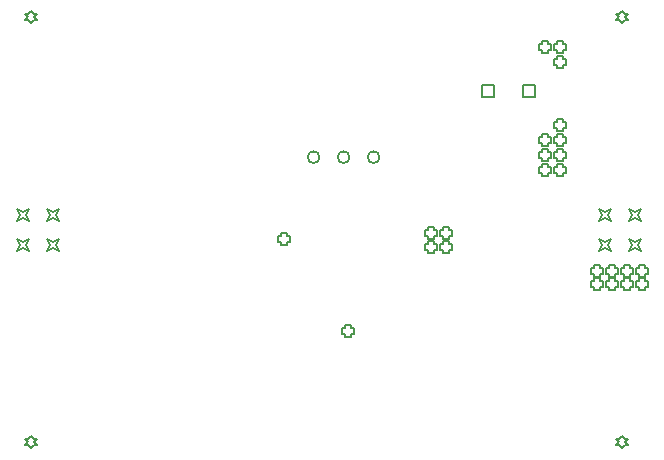
<source format=gbr>
%TF.GenerationSoftware,Altium Limited,Altium Designer,22.11.1 (43)*%
G04 Layer_Color=2752767*
%FSLAX45Y45*%
%MOMM*%
%TF.SameCoordinates,43E0CF4A-0526-4127-82AF-783748DA5692*%
%TF.FilePolarity,Positive*%
%TF.FileFunction,Drawing*%
%TF.Part,Single*%
G01*
G75*
%TA.AperFunction,NonConductor*%
%ADD37C,0.12700*%
%ADD65C,0.16933*%
D37*
X11303000Y9372600D02*
X11328400Y9423400D01*
X11303000Y9474200D01*
X11353800Y9448800D01*
X11404600Y9474200D01*
X11379200Y9423400D01*
X11404600Y9372600D01*
X11353800Y9398000D01*
X11303000Y9372600D01*
Y9118600D02*
X11328400Y9169400D01*
X11303000Y9220200D01*
X11353800Y9194800D01*
X11404600Y9220200D01*
X11379200Y9169400D01*
X11404600Y9118600D01*
X11353800Y9144000D01*
X11303000Y9118600D01*
X11557000Y9372600D02*
X11582400Y9423400D01*
X11557000Y9474200D01*
X11607800Y9448800D01*
X11658600Y9474200D01*
X11633200Y9423400D01*
X11658600Y9372600D01*
X11607800Y9398000D01*
X11557000Y9372600D01*
Y9118600D02*
X11582400Y9169400D01*
X11557000Y9220200D01*
X11607800Y9194800D01*
X11658600Y9220200D01*
X11633200Y9169400D01*
X11658600Y9118600D01*
X11607800Y9144000D01*
X11557000Y9118600D01*
X10665200Y10426700D02*
Y10528300D01*
X10766800D01*
Y10426700D01*
X10665200D01*
X10315200D02*
Y10528300D01*
X10416800D01*
Y10426700D01*
X10315200D01*
X6629400Y9118600D02*
X6654800Y9169400D01*
X6629400Y9220200D01*
X6680200Y9194800D01*
X6731000Y9220200D01*
X6705600Y9169400D01*
X6731000Y9118600D01*
X6680200Y9144000D01*
X6629400Y9118600D01*
Y9372600D02*
X6654800Y9423400D01*
X6629400Y9474200D01*
X6680200Y9448800D01*
X6731000Y9474200D01*
X6705600Y9423400D01*
X6731000Y9372600D01*
X6680200Y9398000D01*
X6629400Y9372600D01*
X6375400Y9118600D02*
X6400800Y9169400D01*
X6375400Y9220200D01*
X6426200Y9194800D01*
X6477000Y9220200D01*
X6451600Y9169400D01*
X6477000Y9118600D01*
X6426200Y9144000D01*
X6375400Y9118600D01*
Y9372600D02*
X6400800Y9423400D01*
X6375400Y9474200D01*
X6426200Y9448800D01*
X6477000Y9474200D01*
X6451600Y9423400D01*
X6477000Y9372600D01*
X6426200Y9398000D01*
X6375400Y9372600D01*
X6500000Y11049200D02*
X6525400Y11074600D01*
X6550800D01*
X6525400Y11100000D01*
X6550800Y11125400D01*
X6525400D01*
X6500000Y11150800D01*
X6474600Y11125400D01*
X6449200D01*
X6474600Y11100000D01*
X6449200Y11074600D01*
X6474600D01*
X6500000Y11049200D01*
Y7449200D02*
X6525400Y7474600D01*
X6550800D01*
X6525400Y7500000D01*
X6550800Y7525400D01*
X6525400D01*
X6500000Y7550800D01*
X6474600Y7525400D01*
X6449200D01*
X6474600Y7500000D01*
X6449200Y7474600D01*
X6474600D01*
X6500000Y7449200D01*
X11500000Y11049200D02*
X11525400Y11074600D01*
X11550800D01*
X11525400Y11100000D01*
X11550800Y11125400D01*
X11525400D01*
X11500000Y11150800D01*
X11474600Y11125400D01*
X11449200D01*
X11474600Y11100000D01*
X11449200Y11074600D01*
X11474600D01*
X11500000Y11049200D01*
Y7449200D02*
X11525400Y7474600D01*
X11550800D01*
X11525400Y7500000D01*
X11550800Y7525400D01*
X11525400D01*
X11500000Y7550800D01*
X11474600Y7525400D01*
X11449200D01*
X11474600Y7500000D01*
X11449200Y7474600D01*
X11474600D01*
X11500000Y7449200D01*
X9855200Y9131300D02*
Y9105900D01*
X9906000D01*
Y9131300D01*
X9931400D01*
Y9182100D01*
X9906000D01*
Y9207500D01*
X9855200D01*
Y9182100D01*
X9829800D01*
Y9131300D01*
X9855200D01*
X9982200D02*
Y9105900D01*
X10033000D01*
Y9131300D01*
X10058400D01*
Y9182100D01*
X10033000D01*
Y9207500D01*
X9982200D01*
Y9182100D01*
X9956800D01*
Y9131300D01*
X9982200D01*
X9855200Y9245600D02*
Y9220200D01*
X9906000D01*
Y9245600D01*
X9931400D01*
Y9296400D01*
X9906000D01*
Y9321800D01*
X9855200D01*
Y9296400D01*
X9829800D01*
Y9245600D01*
X9855200D01*
X9982200D02*
Y9220200D01*
X10033000D01*
Y9245600D01*
X10058400D01*
Y9296400D01*
X10033000D01*
Y9321800D01*
X9982200D01*
Y9296400D01*
X9956800D01*
Y9245600D01*
X9982200D01*
X10947400Y10160000D02*
Y10134600D01*
X10998200D01*
Y10160000D01*
X11023600D01*
Y10210800D01*
X10998200D01*
Y10236200D01*
X10947400D01*
Y10210800D01*
X10922000D01*
Y10160000D01*
X10947400D01*
X11391900Y8813800D02*
Y8788400D01*
X11442700D01*
Y8813800D01*
X11468100D01*
Y8864600D01*
X11442700D01*
Y8890000D01*
X11391900D01*
Y8864600D01*
X11366500D01*
Y8813800D01*
X11391900D01*
X11518900D02*
Y8788400D01*
X11569700D01*
Y8813800D01*
X11595100D01*
Y8864600D01*
X11569700D01*
Y8890000D01*
X11518900D01*
Y8864600D01*
X11493500D01*
Y8813800D01*
X11518900D01*
X11645900D02*
Y8788400D01*
X11696700D01*
Y8813800D01*
X11722100D01*
Y8864600D01*
X11696700D01*
Y8890000D01*
X11645900D01*
Y8864600D01*
X11620500D01*
Y8813800D01*
X11645900D01*
Y8928100D02*
Y8902700D01*
X11696700D01*
Y8928100D01*
X11722100D01*
Y8978900D01*
X11696700D01*
Y9004300D01*
X11645900D01*
Y8978900D01*
X11620500D01*
Y8928100D01*
X11645900D01*
X11518900D02*
Y8902700D01*
X11569700D01*
Y8928100D01*
X11595100D01*
Y8978900D01*
X11569700D01*
Y9004300D01*
X11518900D01*
Y8978900D01*
X11493500D01*
Y8928100D01*
X11518900D01*
X11391900D02*
Y8902700D01*
X11442700D01*
Y8928100D01*
X11468100D01*
Y8978900D01*
X11442700D01*
Y9004300D01*
X11391900D01*
Y8978900D01*
X11366500D01*
Y8928100D01*
X11391900D01*
X11264900Y8813800D02*
Y8788400D01*
X11315700D01*
Y8813800D01*
X11341100D01*
Y8864600D01*
X11315700D01*
Y8890000D01*
X11264900D01*
Y8864600D01*
X11239500D01*
Y8813800D01*
X11264900D01*
Y8928100D02*
Y8902700D01*
X11315700D01*
Y8928100D01*
X11341100D01*
Y8978900D01*
X11315700D01*
Y9004300D01*
X11264900D01*
Y8978900D01*
X11239500D01*
Y8928100D01*
X11264900D01*
X8610600Y9194800D02*
Y9169400D01*
X8661400D01*
Y9194800D01*
X8686800D01*
Y9245600D01*
X8661400D01*
Y9271000D01*
X8610600D01*
Y9245600D01*
X8585200D01*
Y9194800D01*
X8610600D01*
X10820400Y10820400D02*
Y10795000D01*
X10871200D01*
Y10820400D01*
X10896600D01*
Y10871200D01*
X10871200D01*
Y10896600D01*
X10820400D01*
Y10871200D01*
X10795000D01*
Y10820400D01*
X10820400D01*
X10947400Y10693400D02*
Y10668000D01*
X10998200D01*
Y10693400D01*
X11023600D01*
Y10744200D01*
X10998200D01*
Y10769600D01*
X10947400D01*
Y10744200D01*
X10922000D01*
Y10693400D01*
X10947400D01*
Y10820400D02*
Y10795000D01*
X10998200D01*
Y10820400D01*
X11023600D01*
Y10871200D01*
X10998200D01*
Y10896600D01*
X10947400D01*
Y10871200D01*
X10922000D01*
Y10820400D01*
X10947400D01*
X10820400Y10033000D02*
Y10007600D01*
X10871200D01*
Y10033000D01*
X10896600D01*
Y10083800D01*
X10871200D01*
Y10109200D01*
X10820400D01*
Y10083800D01*
X10795000D01*
Y10033000D01*
X10820400D01*
X10947400D02*
Y10007600D01*
X10998200D01*
Y10033000D01*
X11023600D01*
Y10083800D01*
X10998200D01*
Y10109200D01*
X10947400D01*
Y10083800D01*
X10922000D01*
Y10033000D01*
X10947400D01*
Y9906000D02*
Y9880600D01*
X10998200D01*
Y9906000D01*
X11023600D01*
Y9956800D01*
X10998200D01*
Y9982200D01*
X10947400D01*
Y9956800D01*
X10922000D01*
Y9906000D01*
X10947400D01*
X10820400D02*
Y9880600D01*
X10871200D01*
Y9906000D01*
X10896600D01*
Y9956800D01*
X10871200D01*
Y9982200D01*
X10820400D01*
Y9956800D01*
X10795000D01*
Y9906000D01*
X10820400D01*
Y9779000D02*
Y9753600D01*
X10871200D01*
Y9779000D01*
X10896600D01*
Y9829800D01*
X10871200D01*
Y9855200D01*
X10820400D01*
Y9829800D01*
X10795000D01*
Y9779000D01*
X10820400D01*
X10947400D02*
Y9753600D01*
X10998200D01*
Y9779000D01*
X11023600D01*
Y9829800D01*
X10998200D01*
Y9855200D01*
X10947400D01*
Y9829800D01*
X10922000D01*
Y9779000D01*
X10947400D01*
X9158100Y8420100D02*
Y8394700D01*
X9208900D01*
Y8420100D01*
X9234300D01*
Y8470900D01*
X9208900D01*
Y8496300D01*
X9158100D01*
Y8470900D01*
X9132700D01*
Y8420100D01*
X9158100D01*
D65*
X9448800Y9913700D02*
G03*
X9448800Y9913700I-50800J0D01*
G01*
X9194800D02*
G03*
X9194800Y9913700I-50800J0D01*
G01*
X8940800D02*
G03*
X8940800Y9913700I-50800J0D01*
G01*
%TF.MD5,8288bbeee59faf5e2f275cffa9c83991*%
M02*

</source>
